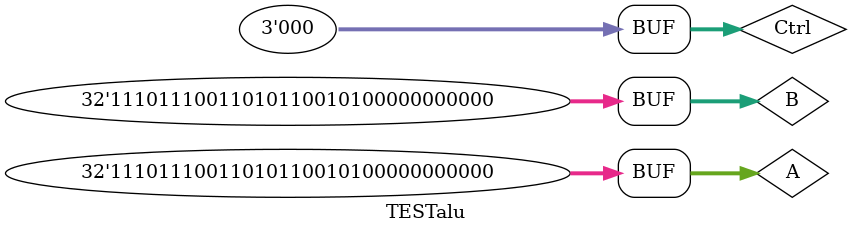
<source format=v>

`define NOR32 nor #320
`define XOR xor #20
`define BUF buf #10

module alu(A,B,Out,Ctrl,zero,overflow,CoutFinal);
  input [31:0] A;
  input [31:0] B;
  input [2:0] Ctrl;
  output [31:0] Out;
  output zero,overflow,CoutFinal;
  wire [31:0] Cout;
  
  //32 instances of bitSlice
  bitSlice_1bit bitSlice0(Out[0], Cout[0], A[0], B[0], Ctrl[0],Ctrl); //Cin is 1 for SUB (instruction 001).
  bitSlice_1bit bitSlice1(Out[1], Cout[1], A[1], B[1], Cout[0],Ctrl);
  bitSlice_1bit bitSlice2(Out[2], Cout[2], A[2], B[2], Cout[1],Ctrl);
  bitSlice_1bit bitSlice3(Out[3], Cout[3], A[3], B[3], Cout[2],Ctrl);
  bitSlice_1bit bitSlice4(Out[4], Cout[4], A[4], B[4], Cout[3],Ctrl);
  bitSlice_1bit bitSlice5(Out[5], Cout[5], A[5], B[5], Cout[4],Ctrl);
  bitSlice_1bit bitSlice6(Out[6], Cout[6], A[6], B[6], Cout[5],Ctrl);
  bitSlice_1bit bitSlice7(Out[7], Cout[7], A[7], B[7], Cout[6],Ctrl);
  bitSlice_1bit bitSlice8(Out[8], Cout[8], A[8], B[8], Cout[7],Ctrl);
  bitSlice_1bit bitSlice9(Out[9], Cout[9], A[9], B[9], Cout[8],Ctrl);
  bitSlice_1bit bitSlice10(Out[10], Cout[10], A[10], B[10], Cout[9],Ctrl);
  bitSlice_1bit bitSlice11(Out[11], Cout[11], A[11], B[11], Cout[10],Ctrl);
  bitSlice_1bit bitSlice12(Out[12], Cout[12], A[12], B[12], Cout[11],Ctrl);
  bitSlice_1bit bitSlice13(Out[13], Cout[13], A[13], B[13], Cout[12],Ctrl);
  bitSlice_1bit bitSlice14(Out[14], Cout[14], A[14], B[14], Cout[13],Ctrl);
  bitSlice_1bit bitSlice15(Out[15], Cout[15], A[15], B[15], Cout[14],Ctrl);
  bitSlice_1bit bitSlice16(Out[16], Cout[16], A[16], B[16], Cout[15],Ctrl);
  bitSlice_1bit bitSlice17(Out[17], Cout[17], A[17], B[17], Cout[16],Ctrl);
  bitSlice_1bit bitSlice18(Out[18], Cout[18], A[18], B[18], Cout[17],Ctrl);
  bitSlice_1bit bitSlice19(Out[19], Cout[19], A[19], B[19], Cout[18],Ctrl);
  bitSlice_1bit bitSlice20(Out[20], Cout[20], A[20], B[20], Cout[19],Ctrl);
  bitSlice_1bit bitSlice21(Out[21], Cout[21], A[21], B[21], Cout[20],Ctrl);
  bitSlice_1bit bitSlice22(Out[22], Cout[22], A[22], B[22], Cout[21],Ctrl);
  bitSlice_1bit bitSlice23(Out[23], Cout[23], A[23], B[23], Cout[22],Ctrl);
  bitSlice_1bit bitSlice24(Out[24], Cout[24], A[24], B[24], Cout[23],Ctrl);
  bitSlice_1bit bitSlice25(Out[25], Cout[25], A[25], B[25], Cout[24],Ctrl);
  bitSlice_1bit bitSlice26(Out[26], Cout[26], A[26], B[26], Cout[25],Ctrl);
  bitSlice_1bit bitSlice27(Out[27], Cout[27], A[27], B[27], Cout[26],Ctrl);
  bitSlice_1bit bitSlice28(Out[28], Cout[28], A[28], B[28], Cout[27],Ctrl);
  bitSlice_1bit bitSlice29(Out[29], Cout[29], A[29], B[29], Cout[28],Ctrl);
  bitSlice_1bit bitSlice30(Out[30], Cout[30], A[30], B[30], Cout[29],Ctrl);
  bitSlice_1bit bitSlice31(Out[31], Cout[31], A[31], B[31], Cout[30],Ctrl);
  
  //Handle overflows and check for zero
  `XOR overflowXor(overflow,Cout[30],Cout[31]); //set overflow to true if last two Cout bits differ
  `BUF coutBuf(CoutFinal,Cout[31]); //set CoutFinal to value of last Cout
  //set zero to 1 if all of the Out bits are 0
  `NOR32 norZero(zero,Out[0],Out[1],Out[2],Out[3],Out[4],Out[5],Out[6],Out[7],
                Out[8],Out[9],Out[10],Out[11],Out[12],Out[13],Out[14],Out[15],
                Out[16],Out[17],Out[18],Out[19],Out[20],Out[21],Out[22],Out[23],
                Out[24],Out[25],Out[26],Out[27],Out[28],Out[29],Out[30],Out[31]);
endmodule

module TESTalu;
  reg [31:0] A;
  reg [31:0] B; 
  reg [2:0] Ctrl;
  wire zero,overflow,Cout; 
  wire [31:0] Out;
   
  //test alu
  initial  // Stimulus 
  begin 
    A=4000000000;
    B=4000000000;
    Ctrl[2]=0; Ctrl[1]=0; Ctrl[0]=0; 
    //#150 Ctrl[0]=0; 
    //#150 Ctrl[1]=0;
    //#150 Ctrl[2]=1; 
  end 
  alu UUT (A,B,Out,Ctrl,zero,overflow,Cout); 
  initial  // Response 
    $monitor($time,A,B,Out,Ctrl,zero,overflow,Cout);
endmodule
</source>
